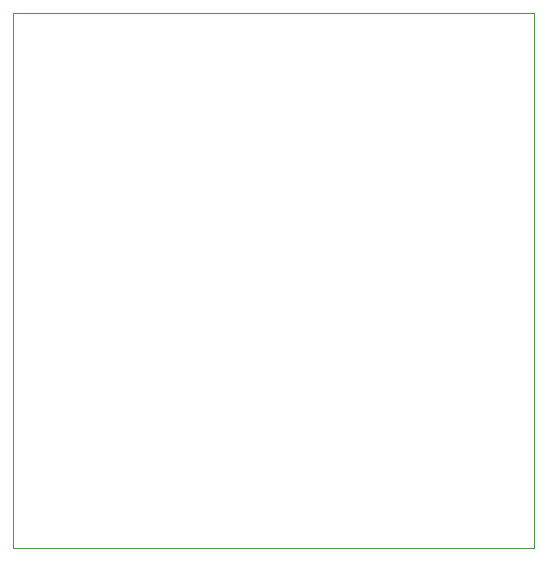
<source format=gbr>
G04*
G04 #@! TF.GenerationSoftware,Altium Limited,Altium Designer,24.2.2 (26)*
G04*
G04 Layer_Color=0*
%FSLAX25Y25*%
%MOIN*%
G70*
G04*
G04 #@! TF.SameCoordinates,FA71A643-0AA1-49A6-91FF-2340C96BA847*
G04*
G04*
G04 #@! TF.FilePolarity,Positive*
G04*
G01*
G75*
%ADD25C,0.00100*%
D25*
X399000Y100000D02*
X572500D01*
Y278500D01*
X399000D01*
Y100000D01*
M02*

</source>
